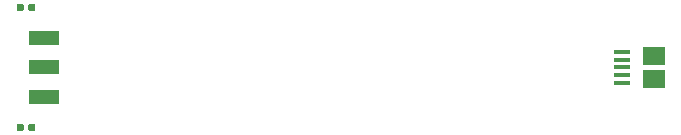
<source format=gbr>
G04 #@! TF.GenerationSoftware,KiCad,Pcbnew,5.0.1+dfsg1-3*
G04 #@! TF.CreationDate,2018-11-05T21:22:00-05:00*
G04 #@! TF.ProjectId,BreadBatt,4272656164426174742E6B696361645F,rev?*
G04 #@! TF.SameCoordinates,Original*
G04 #@! TF.FileFunction,Paste,Top*
G04 #@! TF.FilePolarity,Positive*
%FSLAX46Y46*%
G04 Gerber Fmt 4.6, Leading zero omitted, Abs format (unit mm)*
G04 Created by KiCad (PCBNEW 5.0.1+dfsg1-3) date Mon 05 Nov 2018 09:22:00 PM EST*
%MOMM*%
%LPD*%
G01*
G04 APERTURE LIST*
%ADD10C,0.100000*%
%ADD11C,0.590000*%
%ADD12R,1.900000X1.500000*%
%ADD13R,1.350000X0.400000*%
%ADD14R,2.500000X1.250000*%
G04 APERTURE END LIST*
D10*
G04 #@! TO.C,D1*
G36*
X114946958Y-112710710D02*
X114961276Y-112712834D01*
X114975317Y-112716351D01*
X114988946Y-112721228D01*
X115002031Y-112727417D01*
X115014447Y-112734858D01*
X115026073Y-112743481D01*
X115036798Y-112753202D01*
X115046519Y-112763927D01*
X115055142Y-112775553D01*
X115062583Y-112787969D01*
X115068772Y-112801054D01*
X115073649Y-112814683D01*
X115077166Y-112828724D01*
X115079290Y-112843042D01*
X115080000Y-112857500D01*
X115080000Y-113202500D01*
X115079290Y-113216958D01*
X115077166Y-113231276D01*
X115073649Y-113245317D01*
X115068772Y-113258946D01*
X115062583Y-113272031D01*
X115055142Y-113284447D01*
X115046519Y-113296073D01*
X115036798Y-113306798D01*
X115026073Y-113316519D01*
X115014447Y-113325142D01*
X115002031Y-113332583D01*
X114988946Y-113338772D01*
X114975317Y-113343649D01*
X114961276Y-113347166D01*
X114946958Y-113349290D01*
X114932500Y-113350000D01*
X114637500Y-113350000D01*
X114623042Y-113349290D01*
X114608724Y-113347166D01*
X114594683Y-113343649D01*
X114581054Y-113338772D01*
X114567969Y-113332583D01*
X114555553Y-113325142D01*
X114543927Y-113316519D01*
X114533202Y-113306798D01*
X114523481Y-113296073D01*
X114514858Y-113284447D01*
X114507417Y-113272031D01*
X114501228Y-113258946D01*
X114496351Y-113245317D01*
X114492834Y-113231276D01*
X114490710Y-113216958D01*
X114490000Y-113202500D01*
X114490000Y-112857500D01*
X114490710Y-112843042D01*
X114492834Y-112828724D01*
X114496351Y-112814683D01*
X114501228Y-112801054D01*
X114507417Y-112787969D01*
X114514858Y-112775553D01*
X114523481Y-112763927D01*
X114533202Y-112753202D01*
X114543927Y-112743481D01*
X114555553Y-112734858D01*
X114567969Y-112727417D01*
X114581054Y-112721228D01*
X114594683Y-112716351D01*
X114608724Y-112712834D01*
X114623042Y-112710710D01*
X114637500Y-112710000D01*
X114932500Y-112710000D01*
X114946958Y-112710710D01*
X114946958Y-112710710D01*
G37*
D11*
X114785000Y-113030000D03*
D10*
G36*
X113976958Y-112710710D02*
X113991276Y-112712834D01*
X114005317Y-112716351D01*
X114018946Y-112721228D01*
X114032031Y-112727417D01*
X114044447Y-112734858D01*
X114056073Y-112743481D01*
X114066798Y-112753202D01*
X114076519Y-112763927D01*
X114085142Y-112775553D01*
X114092583Y-112787969D01*
X114098772Y-112801054D01*
X114103649Y-112814683D01*
X114107166Y-112828724D01*
X114109290Y-112843042D01*
X114110000Y-112857500D01*
X114110000Y-113202500D01*
X114109290Y-113216958D01*
X114107166Y-113231276D01*
X114103649Y-113245317D01*
X114098772Y-113258946D01*
X114092583Y-113272031D01*
X114085142Y-113284447D01*
X114076519Y-113296073D01*
X114066798Y-113306798D01*
X114056073Y-113316519D01*
X114044447Y-113325142D01*
X114032031Y-113332583D01*
X114018946Y-113338772D01*
X114005317Y-113343649D01*
X113991276Y-113347166D01*
X113976958Y-113349290D01*
X113962500Y-113350000D01*
X113667500Y-113350000D01*
X113653042Y-113349290D01*
X113638724Y-113347166D01*
X113624683Y-113343649D01*
X113611054Y-113338772D01*
X113597969Y-113332583D01*
X113585553Y-113325142D01*
X113573927Y-113316519D01*
X113563202Y-113306798D01*
X113553481Y-113296073D01*
X113544858Y-113284447D01*
X113537417Y-113272031D01*
X113531228Y-113258946D01*
X113526351Y-113245317D01*
X113522834Y-113231276D01*
X113520710Y-113216958D01*
X113520000Y-113202500D01*
X113520000Y-112857500D01*
X113520710Y-112843042D01*
X113522834Y-112828724D01*
X113526351Y-112814683D01*
X113531228Y-112801054D01*
X113537417Y-112787969D01*
X113544858Y-112775553D01*
X113553481Y-112763927D01*
X113563202Y-112753202D01*
X113573927Y-112743481D01*
X113585553Y-112734858D01*
X113597969Y-112727417D01*
X113611054Y-112721228D01*
X113624683Y-112716351D01*
X113638724Y-112712834D01*
X113653042Y-112710710D01*
X113667500Y-112710000D01*
X113962500Y-112710000D01*
X113976958Y-112710710D01*
X113976958Y-112710710D01*
G37*
D11*
X113815000Y-113030000D03*
G04 #@! TD*
D10*
G04 #@! TO.C,D3*
G36*
X113976958Y-102550710D02*
X113991276Y-102552834D01*
X114005317Y-102556351D01*
X114018946Y-102561228D01*
X114032031Y-102567417D01*
X114044447Y-102574858D01*
X114056073Y-102583481D01*
X114066798Y-102593202D01*
X114076519Y-102603927D01*
X114085142Y-102615553D01*
X114092583Y-102627969D01*
X114098772Y-102641054D01*
X114103649Y-102654683D01*
X114107166Y-102668724D01*
X114109290Y-102683042D01*
X114110000Y-102697500D01*
X114110000Y-103042500D01*
X114109290Y-103056958D01*
X114107166Y-103071276D01*
X114103649Y-103085317D01*
X114098772Y-103098946D01*
X114092583Y-103112031D01*
X114085142Y-103124447D01*
X114076519Y-103136073D01*
X114066798Y-103146798D01*
X114056073Y-103156519D01*
X114044447Y-103165142D01*
X114032031Y-103172583D01*
X114018946Y-103178772D01*
X114005317Y-103183649D01*
X113991276Y-103187166D01*
X113976958Y-103189290D01*
X113962500Y-103190000D01*
X113667500Y-103190000D01*
X113653042Y-103189290D01*
X113638724Y-103187166D01*
X113624683Y-103183649D01*
X113611054Y-103178772D01*
X113597969Y-103172583D01*
X113585553Y-103165142D01*
X113573927Y-103156519D01*
X113563202Y-103146798D01*
X113553481Y-103136073D01*
X113544858Y-103124447D01*
X113537417Y-103112031D01*
X113531228Y-103098946D01*
X113526351Y-103085317D01*
X113522834Y-103071276D01*
X113520710Y-103056958D01*
X113520000Y-103042500D01*
X113520000Y-102697500D01*
X113520710Y-102683042D01*
X113522834Y-102668724D01*
X113526351Y-102654683D01*
X113531228Y-102641054D01*
X113537417Y-102627969D01*
X113544858Y-102615553D01*
X113553481Y-102603927D01*
X113563202Y-102593202D01*
X113573927Y-102583481D01*
X113585553Y-102574858D01*
X113597969Y-102567417D01*
X113611054Y-102561228D01*
X113624683Y-102556351D01*
X113638724Y-102552834D01*
X113653042Y-102550710D01*
X113667500Y-102550000D01*
X113962500Y-102550000D01*
X113976958Y-102550710D01*
X113976958Y-102550710D01*
G37*
D11*
X113815000Y-102870000D03*
D10*
G36*
X114946958Y-102550710D02*
X114961276Y-102552834D01*
X114975317Y-102556351D01*
X114988946Y-102561228D01*
X115002031Y-102567417D01*
X115014447Y-102574858D01*
X115026073Y-102583481D01*
X115036798Y-102593202D01*
X115046519Y-102603927D01*
X115055142Y-102615553D01*
X115062583Y-102627969D01*
X115068772Y-102641054D01*
X115073649Y-102654683D01*
X115077166Y-102668724D01*
X115079290Y-102683042D01*
X115080000Y-102697500D01*
X115080000Y-103042500D01*
X115079290Y-103056958D01*
X115077166Y-103071276D01*
X115073649Y-103085317D01*
X115068772Y-103098946D01*
X115062583Y-103112031D01*
X115055142Y-103124447D01*
X115046519Y-103136073D01*
X115036798Y-103146798D01*
X115026073Y-103156519D01*
X115014447Y-103165142D01*
X115002031Y-103172583D01*
X114988946Y-103178772D01*
X114975317Y-103183649D01*
X114961276Y-103187166D01*
X114946958Y-103189290D01*
X114932500Y-103190000D01*
X114637500Y-103190000D01*
X114623042Y-103189290D01*
X114608724Y-103187166D01*
X114594683Y-103183649D01*
X114581054Y-103178772D01*
X114567969Y-103172583D01*
X114555553Y-103165142D01*
X114543927Y-103156519D01*
X114533202Y-103146798D01*
X114523481Y-103136073D01*
X114514858Y-103124447D01*
X114507417Y-103112031D01*
X114501228Y-103098946D01*
X114496351Y-103085317D01*
X114492834Y-103071276D01*
X114490710Y-103056958D01*
X114490000Y-103042500D01*
X114490000Y-102697500D01*
X114490710Y-102683042D01*
X114492834Y-102668724D01*
X114496351Y-102654683D01*
X114501228Y-102641054D01*
X114507417Y-102627969D01*
X114514858Y-102615553D01*
X114523481Y-102603927D01*
X114533202Y-102593202D01*
X114543927Y-102583481D01*
X114555553Y-102574858D01*
X114567969Y-102567417D01*
X114581054Y-102561228D01*
X114594683Y-102556351D01*
X114608724Y-102552834D01*
X114623042Y-102550710D01*
X114637500Y-102550000D01*
X114932500Y-102550000D01*
X114946958Y-102550710D01*
X114946958Y-102550710D01*
G37*
D11*
X114785000Y-102870000D03*
G04 #@! TD*
D12*
G04 #@! TO.C,J7*
X167455100Y-106950000D03*
D13*
X164755100Y-108600000D03*
X164755100Y-109250000D03*
X164755100Y-106650000D03*
X164755100Y-107300000D03*
X164755100Y-107950000D03*
D12*
X167455100Y-108950000D03*
G04 #@! TD*
D14*
G04 #@! TO.C,SW1*
X115780000Y-110450000D03*
X115780000Y-107950000D03*
X115780000Y-105450000D03*
G04 #@! TD*
M02*

</source>
